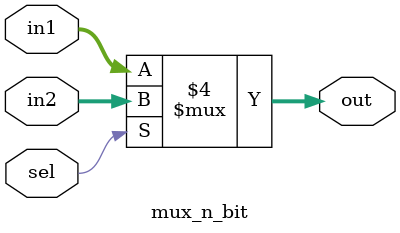
<source format=v>
module mux_n_bit(in1, in2, sel, out);

parameter n = 32;

	input [n-1:0] in1;
	input [n-1:0] in2;
	input sel;
	
	output reg [n-1:0] out;
	
	always @ (*)
	begin
		if (!sel)
			out <= in1;
		else
			out <= in2;
	end
endmodule
</source>
